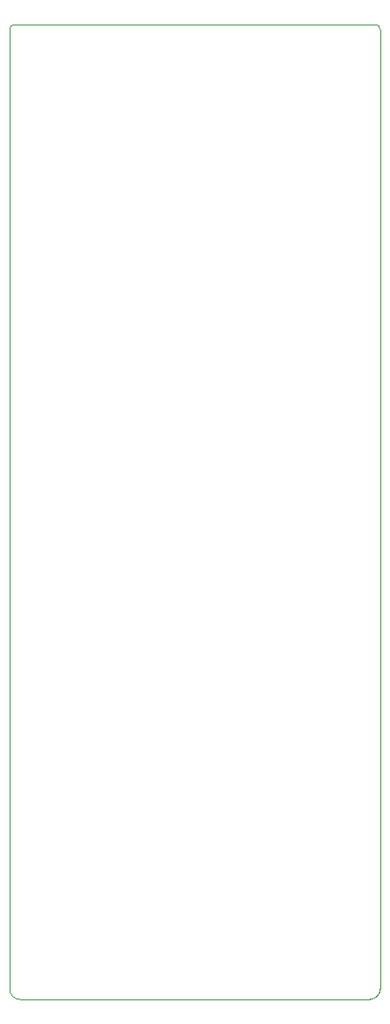
<source format=gbr>
%TF.GenerationSoftware,KiCad,Pcbnew,9.0.2*%
%TF.CreationDate,2025-05-28T09:58:12-07:00*%
%TF.ProjectId,AnalogIn,416e616c-6f67-4496-9e2e-6b696361645f,rev?*%
%TF.SameCoordinates,Original*%
%TF.FileFunction,Profile,NP*%
%FSLAX46Y46*%
G04 Gerber Fmt 4.6, Leading zero omitted, Abs format (unit mm)*
G04 Created by KiCad (PCBNEW 9.0.2) date 2025-05-28 09:58:12*
%MOMM*%
%LPD*%
G01*
G04 APERTURE LIST*
%TA.AperFunction,Profile*%
%ADD10C,0.050000*%
%TD*%
G04 APERTURE END LIST*
D10*
X193008000Y-35472000D02*
X158206400Y-35472000D01*
X193008000Y-35472000D02*
G75*
G02*
X193516000Y-35980000I0J-508000D01*
G01*
X158714400Y-129540000D02*
G75*
G02*
X157698400Y-128524000I0J1016000D01*
G01*
X193516000Y-128524000D02*
G75*
G02*
X192500000Y-129540000I-1016000J0D01*
G01*
X157698400Y-35980000D02*
G75*
G02*
X158206400Y-35472000I508000J0D01*
G01*
X193516000Y-128524000D02*
X193516000Y-35980000D01*
X157698400Y-35980000D02*
X157698400Y-128524000D01*
X158714400Y-129540000D02*
X192500000Y-129540000D01*
M02*

</source>
